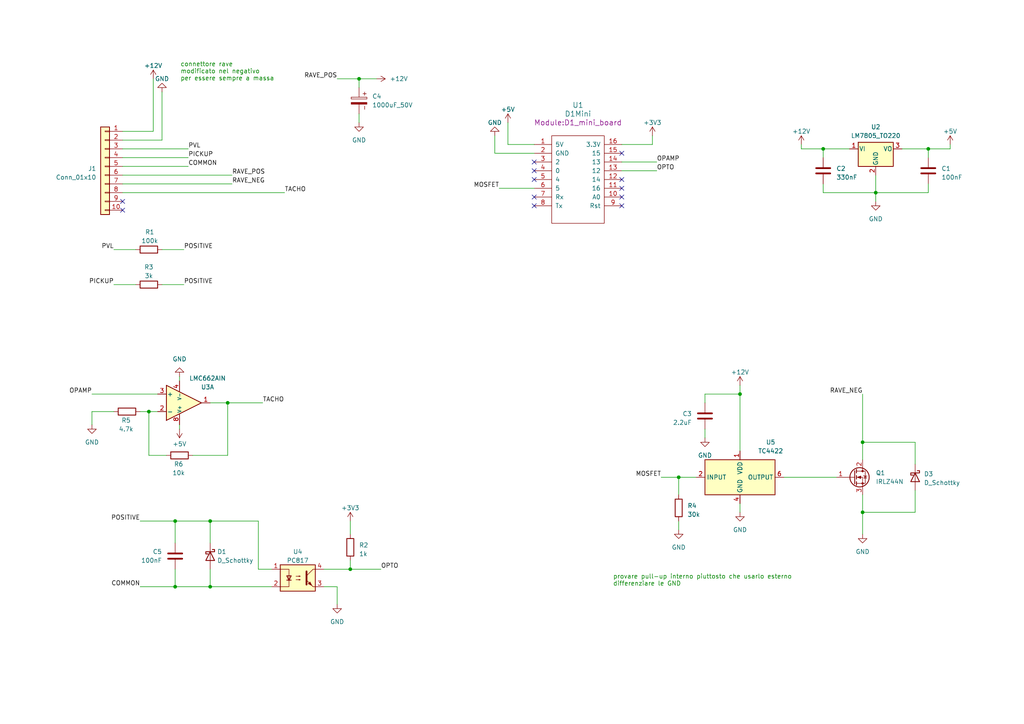
<source format=kicad_sch>
(kicad_sch (version 20231120) (generator "eeschema") (generator_version "8.0")
  (paper "A4")
  (lib_symbols
    (symbol "Connector_Generic:Conn_01x10" (pin_names (offset 1.016) hide)
      (property "Reference" "J" (at 0 12.7 0))
      (property "Value" "Conn_01x10" (at 0 -15.24 0))
      (symbol "Conn_01x10_1_1"
        (rectangle (start -1.27 -12.573) (end 0 -12.827) (stroke (width 0.1524)))
        (rectangle (start -1.27 -10.033) (end 0 -10.287) (stroke (width 0.1524)))
        (rectangle (start -1.27 -7.493) (end 0 -7.747) (stroke (width 0.1524)))
        (rectangle (start -1.27 -4.953) (end 0 -5.207) (stroke (width 0.1524)))
        (rectangle (start -1.27 -2.413) (end 0 -2.667) (stroke (width 0.1524)))
        (rectangle (start -1.27 0.127) (end 0 -0.127) (stroke (width 0.1524)))
        (rectangle (start -1.27 2.667) (end 0 2.413) (stroke (width 0.1524)))
        (rectangle (start -1.27 5.207) (end 0 4.953) (stroke (width 0.1524)))
        (rectangle (start -1.27 7.747) (end 0 7.493) (stroke (width 0.1524)))
        (rectangle (start -1.27 10.287) (end 0 10.033) (stroke (width 0.1524)))
        (rectangle (start -1.27 11.43) (end 1.27 -13.97) (stroke (width 0.254)) (fill (type background)))
        (pin passive line (at -5.08 10.16 0) (length 3.81) (name "Pin_1") (number "1"))
        (pin passive line (at -5.08 -12.7 0) (length 3.81) (name "Pin_10") (number "10"))
        (pin passive line (at -5.08 7.62 0) (length 3.81) (name "Pin_2") (number "2"))
        (pin passive line (at -5.08 5.08 0) (length 3.81) (name "Pin_3") (number "3"))
        (pin passive line (at -5.08 2.54 0) (length 3.81) (name "Pin_4") (number "4"))
        (pin passive line (at -5.08 0 0) (length 3.81) (name "Pin_5") (number "5"))
        (pin passive line (at -5.08 -2.54 0) (length 3.81) (name "Pin_6") (number "6"))
        (pin passive line (at -5.08 -5.08 0) (length 3.81) (name "Pin_7") (number "7"))
        (pin passive line (at -5.08 -7.62 0) (length 3.81) (name "Pin_8") (number "8"))
        (pin passive line (at -5.08 -10.16 0) (length 3.81) (name "Pin_9") (number "9"))
      )
    )
    (symbol "Device:C" (pin_numbers hide) (pin_names (offset 0.254))
      (property "Reference" "C" (at 0.635 2.54 0))
      (property "Value" "C" (at 0.635 -2.54 0))
      (symbol "C_0_1"
        (polyline (pts (xy -2.032 -0.762) (xy 2.032 -0.762)) (stroke (width 0.508)))
        (polyline (pts (xy -2.032 0.762) (xy 2.032 0.762)) (stroke (width 0.508)))
      )
      (symbol "C_1_1"
        (pin passive line (at 0 3.81 270) (length 2.794) (name "~") (number "1"))
        (pin passive line (at 0 -3.81 90) (length 2.794) (name "~") (number "2"))
      )
    )
    (symbol "Device:D_Schottky" (pin_numbers hide) (pin_names (offset 1.016) hide)
      (property "Reference" "D" (at 0 2.54 0))
      (property "Value" "D_Schottky" (at 0 -2.54 0))
      (symbol "D_Schottky_0_1"
        (polyline (pts (xy 1.27 0) (xy -1.27 0)))
        (polyline (pts (xy 1.27 1.27) (xy 1.27 -1.27) (xy -1.27 0) (xy 1.27 1.27)) (stroke (width 0.254)))
        (polyline (pts (xy -1.905 0.635) (xy -1.905 1.27) (xy -1.27 1.27) (xy -1.27 -1.27) (xy -0.635 -1.27) (xy -0.635 -0.635)) (stroke (width 0.254)))
      )
      (symbol "D_Schottky_1_1"
        (pin passive line (at -3.81 0 0) (length 2.54) (name "K") (number "1"))
        (pin passive line (at 3.81 0 180) (length 2.54) (name "A") (number "2"))
      )
    )
    (symbol "Device:R" (pin_numbers hide) (pin_names (offset 0))
      (property "Reference" "R" (at 2.032 0 90))
      (property "Value" "R" (at 0 0 90))
      (symbol "R_0_1"
        (rectangle (start -1.016 -2.54) (end 1.016 2.54) (stroke (width 0.254)))
      )
      (symbol "R_1_1"
        (pin passive line (at 0 3.81 270) (length 1.27) (name "~") (number "1"))
        (pin passive line (at 0 -3.81 90) (length 1.27) (name "~") (number "2"))
      )
    )
    (symbol "Driver_FET:TC4422"
      (property "Reference" "U" (at -8.89 6.35 0))
      (property "Value" "TC4422" (at 6.35 6.35 0))
      (symbol "TC4422_0_1"
        (rectangle (start -10.16 5.08) (end 10.16 -5.08) (stroke (width 0.254)) (fill (type background)))
      )
      (symbol "TC4422_1_1"
        (pin power_in line (at 0 7.62 270) (length 2.54) (name "VDD") (number "1"))
        (pin input line (at -12.7 0 0) (length 2.54) (name "INPUT") (number "2"))
        (pin no_connect line (at -5.08 -5.08 90) (length 2.54) hide (name "NC") (number "3"))
        (pin power_in line (at 0 -7.62 90) (length 2.54) (name "GND") (number "4"))
        (pin passive line (at 0 -7.62 90) (length 2.54) hide (name "GND") (number "5"))
        (pin output line (at 12.7 0 180) (length 2.54) (name "OUTPUT") (number "6"))
        (pin passive line (at 12.7 0 180) (length 2.54) hide (name "OUTPUT") (number "7"))
        (pin passive line (at 0 7.62 270) (length 2.54) hide (name "VDD") (number "8"))
      )
    )
    (symbol "Isolator:PC817" (pin_names (offset 1.016))
      (property "Reference" "U" (at -5.08 5.08 0))
      (property "Value" "PC817" (at 0 5.08 0))
      (symbol "PC817_0_1"
        (rectangle (start -5.08 3.81) (end 5.08 -3.81) (stroke (width 0.254)) (fill (type background)))
        (polyline (pts (xy -3.175 -0.635) (xy -1.905 -0.635)) (stroke (width 0.254)))
        (polyline (pts (xy 2.54 0.635) (xy 4.445 2.54)))
        (polyline (pts (xy 4.445 -2.54) (xy 2.54 -0.635)) (fill (type outline)))
        (polyline (pts (xy 4.445 -2.54) (xy 5.08 -2.54)))
        (polyline (pts (xy 4.445 2.54) (xy 5.08 2.54)))
        (polyline (pts (xy -5.08 2.54) (xy -2.54 2.54) (xy -2.54 -0.635)))
        (polyline (pts (xy -2.54 -0.635) (xy -2.54 -2.54) (xy -5.08 -2.54)))
        (polyline (pts (xy 2.54 1.905) (xy 2.54 -1.905) (xy 2.54 -1.905)) (stroke (width 0.508)))
        (polyline (pts (xy -2.54 -0.635) (xy -3.175 0.635) (xy -1.905 0.635) (xy -2.54 -0.635)) (stroke (width 0.254)))
        (polyline (pts (xy -0.508 -0.508) (xy 0.762 -0.508) (xy 0.381 -0.635) (xy 0.381 -0.381) (xy 0.762 -0.508)))
        (polyline (pts (xy -0.508 0.508) (xy 0.762 0.508) (xy 0.381 0.381) (xy 0.381 0.635) (xy 0.762 0.508)))
        (polyline (pts (xy 3.048 -1.651) (xy 3.556 -1.143) (xy 4.064 -2.159) (xy 3.048 -1.651) (xy 3.048 -1.651)) (fill (type outline)))
      )
      (symbol "PC817_1_1"
        (pin passive line (at -7.62 2.54 0) (length 2.54) (name "~") (number "1"))
        (pin passive line (at -7.62 -2.54 0) (length 2.54) (name "~") (number "2"))
        (pin passive line (at 7.62 -2.54 180) (length 2.54) (name "~") (number "3"))
        (pin passive line (at 7.62 2.54 180) (length 2.54) (name "~") (number "4"))
      )
    )
    (symbol "MCU_Espressif:D1Mini" (pin_names (offset 1.016))
      (property "Reference" "U" (at 0 12.7 0))
      (property "Value" "D1Mini" (at 0 -12.7 0))
      (property "Footprint" "Module:D1_mini_board" (at 13.97 -17.78 0))
      (property "Datasheet" "http://www.wemos.cc/Products/d1_mini.html" (at 13.97 -17.78 0))
      (symbol "D1Mini_0_1"
        (rectangle (start -7.62 11.43) (end 7.62 -13.97))
      )
      (symbol "D1Mini_1_1"
        (pin power_in line (at -12.7 8.89 0) (length 5.08) (name "5V") (number "1"))
        (pin bidirectional line (at 12.7 -6.35 180) (length 5.08) (name "A0") (number "10"))
        (pin bidirectional line (at 12.7 -3.81 180) (length 5.08) (name "16") (number "11"))
        (pin bidirectional line (at 12.7 -1.27 180) (length 5.08) (name "14") (number "12"))
        (pin bidirectional line (at 12.7 1.27 180) (length 5.08) (name "12") (number "13"))
        (pin bidirectional line (at 12.7 3.81 180) (length 5.08) (name "13") (number "14"))
        (pin bidirectional line (at 12.7 6.35 180) (length 5.08) (name "15") (number "15"))
        (pin power_out line (at 12.7 8.89 180) (length 5.08) (name "3.3V") (number "16"))
        (pin power_in line (at -12.7 6.35 0) (length 5.08) (name "GND") (number "2"))
        (pin bidirectional line (at -12.7 3.81 0) (length 5.08) (name "2") (number "3"))
        (pin bidirectional line (at -12.7 1.27 0) (length 5.08) (name "0") (number "4"))
        (pin bidirectional line (at -12.7 -1.27 0) (length 5.08) (name "4") (number "5"))
        (pin bidirectional line (at -12.7 -3.81 0) (length 5.08) (name "5") (number "6"))
        (pin bidirectional line (at -12.7 -6.35 0) (length 5.08) (name "Rx") (number "7"))
        (pin bidirectional line (at -12.7 -8.89 0) (length 5.08) (name "Tx") (number "8"))
        (pin bidirectional line (at 12.7 -8.89 180) (length 5.08) (name "Rst") (number "9"))
      )
    )
    (symbol "PCM_4ms_Power-symbol:+12V" (power) (pin_names (offset 0))
      (property "Value" "+12V" (at 0 3.556 0))
      (symbol "+12V_0_1"
        (polyline (pts (xy -0.762 1.27) (xy 0 2.54)))
        (polyline (pts (xy 0 0) (xy 0 2.54)))
        (polyline (pts (xy 0 2.54) (xy 0.762 1.27)))
      )
      (symbol "+12V_1_1"
        (pin power_in line (at 0 0 90) (length 0) hide (name "+12V") (number "1"))
      )
    )
    (symbol "PCM_4ms_Power-symbol:+5V" (power) (pin_names (offset 0))
      (property "Value" "+5V" (at 0 3.556 0))
      (symbol "+5V_0_1"
        (polyline (pts (xy -0.762 1.27) (xy 0 2.54)))
        (polyline (pts (xy 0 0) (xy 0 2.54)))
        (polyline (pts (xy 0 2.54) (xy 0.762 1.27)))
      )
      (symbol "+5V_1_1"
        (pin power_in line (at 0 0 90) (length 0) hide (name "+5V") (number "1"))
      )
    )
    (symbol "PCM_4ms_Power-symbol:GND" (power) (pin_names (offset 0))
      (property "Value" "GND" (at 0 -3.81 0))
      (symbol "GND_0_1"
        (polyline (pts (xy 0 0) (xy 0 -1.27) (xy 1.27 -1.27) (xy 0 -2.54) (xy -1.27 -1.27) (xy 0 -1.27)))
      )
      (symbol "GND_1_1"
        (pin power_in line (at 0 0 270) (length 0) hide (name "GND") (number "1"))
      )
    )
    (symbol "PCM_Amplifier_Operational_AKL:LMC662AIN" (pin_names (offset 0.2))
      (property "Reference" "U" (at 1.27 6.35 0))
      (property "Value" "LMC662AIN" (at 1.27 3.81 0))
      (symbol "LMC662AIN_0_1"
        (polyline (pts (xy -3.81 5.08) (xy -3.81 -5.08) (xy 6.35 0) (xy -3.81 5.08)) (stroke (width 0.254)) (fill (type background)))
      )
      (symbol "LMC662AIN_1_1"
        (pin output line (at 8.89 0 180) (length 2.54) (name "~") (number "1"))
        (pin input line (at -6.35 2.54 0) (length 2.54) (name "-") (number "2"))
        (pin input line (at -6.35 -2.54 0) (length 2.54) (name "+") (number "3"))
        (pin power_in line (at 0 -6.35 90) (length 3.18) (name "V-") (number "4"))
        (pin power_in line (at 0 6.35 270) (length 3.18) (name "V+") (number "8"))
      )
      (symbol "LMC662AIN_2_1"
        (pin input line (at -6.35 -2.54 0) (length 2.54) (name "+") (number "5"))
        (pin input line (at -6.35 2.54 0) (length 2.54) (name "-") (number "6"))
        (pin output line (at 8.89 0 180) (length 2.54) (name "~") (number "7"))
      )
    )
    (symbol "PCM_SL_Capacitors:1000uF_50V"
      (property "Reference" "C" (at 0 7.62 0))
      (property "Value" "1000uF_50V" (at 0 5.08 0))
      (symbol "1000uF_50V_0_0"
        (text "+" (at -2.032 1.524 0) (effects (font (size 1.27 1.27))))
        (text "-" (at 2.032 1.524 0) (effects (font (size 1.27 1.27))))
      )
      (symbol "1000uF_50V_0_1"
        (rectangle (start -1.016 -2.286) (end -0.508 2.286))
        (rectangle (start 0.508 -2.286) (end 1.016 2.286) (fill (type outline)))
      )
      (symbol "1000uF_50V_1_1"
        (pin passive line (at -3.81 0 0) (length 2.7) (name "~") (number "1"))
        (pin input line (at 3.81 0 180) (length 2.7) (name "~") (number "2"))
      )
    )
    (symbol "Regulator_Linear:LM7805_TO220" (pin_names (offset 0.254))
      (property "Reference" "U" (at -3.81 3.175 0))
      (property "Value" "LM7805_TO220" (at 0 3.175 0))
      (symbol "LM7805_TO220_0_1"
        (rectangle (start -5.08 1.905) (end 5.08 -5.08) (stroke (width 0.254)) (fill (type background)))
      )
      (symbol "LM7805_TO220_1_1"
        (pin power_in line (at -7.62 0 0) (length 2.54) (name "VI") (number "1"))
        (pin power_in line (at 0 -7.62 90) (length 2.54) (name "GND") (number "2"))
        (pin power_out line (at 7.62 0 180) (length 2.54) (name "VO") (number "3"))
      )
    )
    (symbol "Transistor_FET:IRLZ44N" (pin_names hide)
      (property "Reference" "Q" (at 5.08 1.905 0))
      (property "Value" "IRLZ44N" (at 5.08 0 0))
      (symbol "IRLZ44N_0_1"
        (polyline (pts (xy 0.254 0) (xy -2.54 0)))
        (polyline (pts (xy 0.254 1.905) (xy 0.254 -1.905)) (stroke (width 0.254)))
        (polyline (pts (xy 0.762 -1.27) (xy 0.762 -2.286)) (stroke (width 0.254)))
        (polyline (pts (xy 0.762 0.508) (xy 0.762 -0.508)) (stroke (width 0.254)))
        (polyline (pts (xy 0.762 2.286) (xy 0.762 1.27)) (stroke (width 0.254)))
        (polyline (pts (xy 2.54 2.54) (xy 2.54 1.778)))
        (polyline (pts (xy 2.54 -2.54) (xy 2.54 0) (xy 0.762 0)))
        (polyline (pts (xy 0.762 -1.778) (xy 3.302 -1.778) (xy 3.302 1.778) (xy 0.762 1.778)))
        (polyline (pts (xy 1.016 0) (xy 2.032 0.381) (xy 2.032 -0.381) (xy 1.016 0)) (fill (type outline)))
        (polyline (pts (xy 2.794 0.508) (xy 2.921 0.381) (xy 3.683 0.381) (xy 3.81 0.254)))
        (polyline (pts (xy 3.302 0.381) (xy 2.921 -0.254) (xy 3.683 -0.254) (xy 3.302 0.381)))
        (circle (center 1.651 0) (radius 2.794) (stroke (width 0.254)))
        (circle (center 2.54 -1.778) (radius 0.254) (fill (type outline)))
        (circle (center 2.54 1.778) (radius 0.254) (fill (type outline)))
      )
      (symbol "IRLZ44N_1_1"
        (pin input line (at -5.08 0 0) (length 2.54) (name "G") (number "1"))
        (pin passive line (at 2.54 5.08 270) (length 2.54) (name "D") (number "2"))
        (pin passive line (at 2.54 -5.08 90) (length 2.54) (name "S") (number "3"))
      )
    )
    (symbol "power:+3V3" (power) (pin_names (offset 0))
      (property "Value" "+3V3" (at 0 3.556 0))
      (symbol "+3V3_0_1"
        (polyline (pts (xy -0.762 1.27) (xy 0 2.54)))
        (polyline (pts (xy 0 0) (xy 0 2.54)))
        (polyline (pts (xy 0 2.54) (xy 0.762 1.27)))
      )
      (symbol "+3V3_1_1"
        (pin power_in line (at 0 0 90) (length 0) hide (name "+3V3") (number "1"))
      )
    )
  )
  (junction (at 50.8 151.13))
  (junction (at 66.04 116.84))
  (junction (at 269.24 43.18))
  (junction (at 60.96 170.18))
  (junction (at 50.8 170.18))
  (junction (at 196.85 138.43))
  (junction (at 250.19 128.27))
  (junction (at 101.6 165.1))
  (junction (at 60.96 151.13))
  (junction (at 214.63 114.3))
  (junction (at 43.18 119.38))
  (junction (at 104.14 22.86))
  (junction (at 254 55.88))
  (junction (at 250.19 148.59))
  (junction (at 238.76 43.18))
  (no_connect (at 35.56 58.42))
  (no_connect (at 154.94 49.53))
  (no_connect (at 180.34 44.45))
  (no_connect (at 154.94 46.99))
  (no_connect (at 154.94 57.15))
  (no_connect (at 180.34 59.69))
  (no_connect (at 180.34 57.15))
  (no_connect (at 180.34 54.61))
  (no_connect (at 154.94 59.69))
  (no_connect (at 180.34 52.07))
  (no_connect (at 154.94 52.07))
  (no_connect (at 35.56 60.96))
  (wire (pts (xy 35.56 55.88) (xy 82.55 55.88)))
  (wire (pts (xy 74.93 165.1) (xy 74.93 151.13)))
  (wire (pts (xy 60.96 151.13) (xy 74.93 151.13)))
  (wire (pts (xy 269.24 43.18) (xy 261.62 43.18)))
  (wire (pts (xy 26.67 119.38) (xy 26.67 123.19)))
  (wire (pts (xy 265.43 148.59) (xy 250.19 148.59)))
  (wire (pts (xy 43.18 132.08) (xy 43.18 119.38)))
  (wire (pts (xy 66.04 116.84) (xy 76.2 116.84)))
  (wire (pts (xy 40.64 151.13) (xy 50.8 151.13)))
  (wire (pts (xy 265.43 128.27) (xy 265.43 134.62)))
  (wire (pts (xy 93.98 170.18) (xy 97.79 170.18)))
  (wire (pts (xy 214.63 111.76) (xy 214.63 114.3)))
  (wire (pts (xy 33.02 119.38) (xy 26.67 119.38)))
  (wire (pts (xy 93.98 165.1) (xy 101.6 165.1)))
  (wire (pts (xy 238.76 53.34) (xy 238.76 55.88)))
  (wire (pts (xy 97.79 170.18) (xy 97.79 175.26)))
  (wire (pts (xy 35.56 43.18) (xy 54.61 43.18)))
  (wire (pts (xy 60.96 151.13) (xy 60.96 157.48)))
  (wire (pts (xy 46.99 40.64) (xy 35.56 40.64)))
  (wire (pts (xy 109.22 22.86) (xy 104.14 22.86)))
  (wire (pts (xy 35.56 45.72) (xy 54.61 45.72)))
  (wire (pts (xy 144.78 54.61) (xy 154.94 54.61)))
  (wire (pts (xy 238.76 43.18) (xy 246.38 43.18)))
  (wire (pts (xy 190.5 46.99) (xy 180.34 46.99)))
  (wire (pts (xy 275.59 43.18) (xy 269.24 43.18)))
  (wire (pts (xy 147.32 41.91) (xy 154.94 41.91)))
  (wire (pts (xy 52.07 124.46) (xy 52.07 123.19)))
  (wire (pts (xy 50.8 165.1) (xy 50.8 170.18)))
  (wire (pts (xy 227.33 138.43) (xy 242.57 138.43)))
  (wire (pts (xy 250.19 148.59) (xy 250.19 154.94)))
  (wire (pts (xy 104.14 25.4) (xy 104.14 22.86)))
  (wire (pts (xy 232.41 41.91) (xy 232.41 43.18)))
  (wire (pts (xy 250.19 143.51) (xy 250.19 148.59)))
  (wire (pts (xy 55.88 132.08) (xy 66.04 132.08)))
  (wire (pts (xy 60.96 165.1) (xy 60.96 170.18)))
  (wire (pts (xy 101.6 151.13) (xy 101.6 154.94)))
  (wire (pts (xy 101.6 165.1) (xy 110.49 165.1)))
  (wire (pts (xy 66.04 116.84) (xy 60.96 116.84)))
  (wire (pts (xy 204.47 124.46) (xy 204.47 127)))
  (wire (pts (xy 250.19 128.27) (xy 265.43 128.27)))
  (wire (pts (xy 254 55.88) (xy 269.24 55.88)))
  (wire (pts (xy 180.34 49.53) (xy 190.5 49.53)))
  (wire (pts (xy 33.02 72.39) (xy 39.37 72.39)))
  (wire (pts (xy 50.8 151.13) (xy 60.96 151.13)))
  (wire (pts (xy 254 55.88) (xy 238.76 55.88)))
  (wire (pts (xy 214.63 114.3) (xy 214.63 130.81)))
  (wire (pts (xy 40.64 119.38) (xy 43.18 119.38)))
  (wire (pts (xy 104.14 22.86) (xy 97.79 22.86)))
  (wire (pts (xy 214.63 148.59) (xy 214.63 146.05)))
  (wire (pts (xy 50.8 170.18) (xy 60.96 170.18)))
  (wire (pts (xy 48.26 132.08) (xy 43.18 132.08)))
  (wire (pts (xy 238.76 45.72) (xy 238.76 43.18)))
  (wire (pts (xy 254 58.42) (xy 254 55.88)))
  (wire (pts (xy 26.67 114.3) (xy 45.72 114.3)))
  (wire (pts (xy 250.19 133.35) (xy 250.19 128.27)))
  (wire (pts (xy 269.24 45.72) (xy 269.24 43.18)))
  (wire (pts (xy 180.34 41.91) (xy 189.23 41.91)))
  (wire (pts (xy 35.56 53.34) (xy 67.31 53.34)))
  (wire (pts (xy 53.34 82.55) (xy 46.99 82.55)))
  (wire (pts (xy 60.96 170.18) (xy 78.74 170.18)))
  (wire (pts (xy 53.34 72.39) (xy 46.99 72.39)))
  (wire (pts (xy 35.56 38.1) (xy 44.45 38.1)))
  (wire (pts (xy 254 50.8) (xy 254 55.88)))
  (wire (pts (xy 196.85 138.43) (xy 201.93 138.43)))
  (wire (pts (xy 147.32 35.56) (xy 147.32 41.91)))
  (wire (pts (xy 52.07 109.22) (xy 52.07 110.49)))
  (wire (pts (xy 269.24 53.34) (xy 269.24 55.88)))
  (wire (pts (xy 44.45 22.86) (xy 44.45 38.1)))
  (wire (pts (xy 143.51 39.37) (xy 143.51 44.45)))
  (wire (pts (xy 204.47 116.84) (xy 204.47 114.3)))
  (wire (pts (xy 275.59 41.91) (xy 275.59 43.18)))
  (wire (pts (xy 101.6 165.1) (xy 101.6 162.56)))
  (wire (pts (xy 43.18 119.38) (xy 45.72 119.38)))
  (wire (pts (xy 232.41 43.18) (xy 238.76 43.18)))
  (wire (pts (xy 196.85 151.13) (xy 196.85 153.67)))
  (wire (pts (xy 104.14 35.56) (xy 104.14 33.02)))
  (wire (pts (xy 78.74 165.1) (xy 74.93 165.1)))
  (wire (pts (xy 265.43 142.24) (xy 265.43 148.59)))
  (wire (pts (xy 35.56 48.26) (xy 54.61 48.26)))
  (wire (pts (xy 196.85 143.51) (xy 196.85 138.43)))
  (wire (pts (xy 50.8 151.13) (xy 50.8 157.48)))
  (wire (pts (xy 143.51 44.45) (xy 154.94 44.45)))
  (wire (pts (xy 46.99 26.67) (xy 46.99 40.64)))
  (wire (pts (xy 66.04 132.08) (xy 66.04 116.84)))
  (wire (pts (xy 35.56 50.8) (xy 67.31 50.8)))
  (wire (pts (xy 204.47 114.3) (xy 214.63 114.3)))
  (wire (pts (xy 189.23 41.91) (xy 189.23 39.37)))
  (wire (pts (xy 33.02 82.55) (xy 39.37 82.55)))
  (wire (pts (xy 40.64 170.18) (xy 50.8 170.18)))
  (wire (pts (xy 250.19 114.3) (xy 250.19 128.27)))
  (wire (pts (xy 191.77 138.43) (xy 196.85 138.43)))
  (text "connettore rave\nmodificato nel negativo\nper essere sempre a massa" (at 52.324 23.622 0) (effects (font (size 1.27 1.27)) (justify left bottom)))
  (text "provare pull-up interno piuttosto che usarlo esterno\ndifferenziare le GND" (at 177.8 170.18 0) (effects (font (size 1.27 1.27)) (justify left bottom)))
  (label "POSITIVE" (at 53.34 82.55 0))
  (label "OPAMP" (at 26.67 114.3 180))
  (label "PVL" (at 33.02 72.39 180))
  (label "COMMON" (at 54.61 48.26 0))
  (label "POSITIVE" (at 53.34 72.39 0))
  (label "PVL" (at 54.61 43.18 0))
  (label "RAVE_POS" (at 97.79 22.86 180))
  (label "PICKUP" (at 54.61 45.72 0))
  (label "OPTO" (at 110.49 165.1 0))
  (label "COMMON" (at 40.64 170.18 180))
  (label "TACHO" (at 82.55 55.88 0))
  (label "POSITIVE" (at 40.64 151.13 180))
  (label "OPTO" (at 190.5 49.53 0))
  (label "RAVE_NEG" (at 67.31 53.34 0))
  (label "RAVE_NEG" (at 250.19 114.3 180))
  (label "TACHO" (at 76.2 116.84 0))
  (label "MOSFET" (at 191.77 138.43 180))
  (label "MOSFET" (at 144.78 54.61 180))
  (label "PICKUP" (at 33.02 82.55 180))
  (label "RAVE_POS" (at 67.31 50.8 0))
  (label "OPAMP" (at 190.5 46.99 0))
  (symbol (lib_id "PCM_4ms_Power-symbol:GND") (at 143.51 39.37 180) (unit 1)
    (property "Reference" "#PWR014" (effects (hide yes)))
    (property "Value" "GND" (at 143.51 35.56 0))
  )
  (symbol (lib_id "PCM_4ms_Power-symbol:GND") (at 104.14 35.56 0) (unit 1)
    (property "Reference" "#PWR012" (effects (hide yes)))
    (property "Value" "GND" (at 104.14 40.64 0))
  )
  (symbol (lib_id "Connector_Generic:Conn_01x10") (at 30.48 48.26 0) (mirror y) (unit 1)
    (property "Reference" "J1" (at 27.94 48.895 0) (effects (justify left)))
    (property "Value" "Conn_01x10" (at 27.94 51.435 0) (effects (justify left)))
    (property "Footprint" "Connector_Molex:Molex_Mini-Fit_Jr_5569-10A2_2x05_P4.20mm_Horizontal" (effects (hide yes)))
  )
  (symbol (lib_id "PCM_4ms_Power-symbol:GND") (at 254 58.42 0) (unit 1)
    (property "Reference" "#PWR01" (effects (hide yes)))
    (property "Value" "GND" (at 254 63.5 0))
  )
  (symbol (lib_id "PCM_4ms_Power-symbol:GND") (at 46.99 26.67 180) (unit 1)
    (property "Reference" "#PWR02" (effects (hide yes)))
    (property "Value" "GND" (at 46.99 22.86 0))
  )
  (symbol (lib_id "Device:D_Schottky") (at 265.43 138.43 270) (unit 1)
    (property "Reference" "D3" (at 267.97 137.4775 90) (effects (justify left)))
    (property "Value" "D_Schottky" (at 267.97 140.0175 90) (effects (justify left)))
    (property "Footprint" "Diode_THT:D_DO-34_SOD68_P7.62mm_Horizontal" (effects (hide yes)))
  )
  (symbol (lib_id "PCM_4ms_Power-symbol:GND") (at 214.63 148.59 0) (unit 1)
    (property "Reference" "#PWR016" (effects (hide yes)))
    (property "Value" "GND" (at 214.63 153.67 0))
  )
  (symbol (lib_id "Device:C") (at 50.8 161.29 0) (mirror x) (unit 1)
    (property "Reference" "C5" (at 46.99 160.0199 0) (effects (justify right)))
    (property "Value" "100nF" (at 46.99 162.5599 0) (effects (justify right)))
    (property "Footprint" "Capacitor_THT:C_Disc_D4.3mm_W1.9mm_P5.00mm" (effects (hide yes)))
  )
  (symbol (lib_id "Transistor_FET:IRLZ44N") (at 247.65 138.43 0) (unit 1)
    (property "Reference" "Q1" (at 254 137.1599 0) (effects (justify left)))
    (property "Value" "IRLZ44N" (at 254 139.6999 0) (effects (justify left)))
    (property "Footprint" "Package_TO_SOT_THT:TO-220-3_Vertical" (effects (hide yes)))
    (property "Datasheet" "http://www.irf.com/product-info/datasheets/data/irlz44n.pdf" (effects (hide yes)))
    (property "Description" "47A Id, 55V Vds, 22mOhm Rds Single N-Channel HEXFET Power MOSFET, TO-220AB" (effects (hide yes)))
  )
  (symbol (lib_id "PCM_4ms_Power-symbol:GND") (at 250.19 154.94 0) (unit 1)
    (property "Reference" "#PWR08" (effects (hide yes)))
    (property "Value" "GND" (at 250.19 160.02 0))
  )
  (symbol (lib_id "PCM_4ms_Power-symbol:+5V") (at 275.59 41.91 0) (unit 1)
    (property "Reference" "#PWR05" (effects (hide yes)))
    (property "Value" "+5V" (at 275.59 38.1 0))
  )
  (symbol (lib_id "Device:R") (at 196.85 147.32 0) (mirror y) (unit 1)
    (property "Reference" "R4" (at 199.39 146.685 0) (effects (justify right)))
    (property "Value" "30k" (at 199.39 149.225 0) (effects (justify right)))
    (property "Footprint" "PCM_Resistor_THT_AKL:R_Axial_DIN0204_L3.6mm_D1.6mm_P7.62mm_Horizontal" (effects (hide yes)))
  )
  (symbol (lib_id "MCU_Espressif:D1Mini") (at 167.64 50.8 0) (unit 1)
    (property "Reference" "U1" (at 167.64 30.48 0) (effects (font (size 1.524 1.524))))
    (property "Value" "D1Mini" (at 167.64 33.02 0) (effects (font (size 1.524 1.524))))
    (property "Footprint" "Module:D1_mini_board" (at 167.64 35.56 0) (effects (font (size 1.524 1.524))))
    (property "Datasheet" "http://www.wemos.cc/Products/d1_mini.html" (effects (hide yes)))
  )
  (symbol (lib_id "PCM_4ms_Power-symbol:GND") (at 196.85 153.67 0) (unit 1)
    (property "Reference" "#PWR015" (effects (hide yes)))
    (property "Value" "GND" (at 196.85 158.75 0))
  )
  (symbol (lib_id "Device:R") (at 43.18 72.39 90) (unit 1)
    (property "Reference" "R1" (at 43.434 67.31 90))
    (property "Value" "100k" (at 43.434 69.85 90))
    (property "Footprint" "PCM_Resistor_THT_AKL:R_Axial_DIN0204_L3.6mm_D1.6mm_P7.62mm_Horizontal" (effects (hide yes)))
  )
  (symbol (lib_id "PCM_4ms_Power-symbol:+12V") (at 214.63 111.76 0) (unit 1)
    (property "Reference" "#PWR017" (effects (hide yes)))
    (property "Value" "+12V" (at 214.63 107.95 0))
  )
  (symbol (lib_id "Driver_FET:TC4422") (at 214.63 138.43 0) (unit 1)
    (property "Reference" "U5" (at 223.52 128.27 0))
    (property "Value" "TC4422" (at 223.52 130.81 0))
    (property "Footprint" "Package_DIP:DIP-8_W7.62mm" (effects (hide yes)))
    (property "Datasheet" "http://ww1.microchip.com/downloads/en/DeviceDoc/20001420F.pdf" (effects (hide yes)))
  )
  (symbol (lib_id "PCM_4ms_Power-symbol:+12V") (at 232.41 41.91 0) (unit 1)
    (property "Reference" "#PWR04" (effects (hide yes)))
    (property "Value" "+12V" (at 232.41 38.1 0))
  )
  (symbol (lib_id "PCM_Amplifier_Operational_AKL:LMC662AIN") (at 52.07 116.84 0) (mirror x) (unit 1)
    (property "Reference" "U3" (at 60.198 112.268 0))
    (property "Value" "LMC662AIN" (at 60.198 109.728 0))
    (property "Footprint" "PCM_Package_DIP_AKL:DIP-8_W7.62mm_LongPads" (effects (hide yes)))
    (property "Datasheet" "https://www.ti.com/lit/ds/symlink/lmc660.pdf" (effects (hide yes)))
    (property "Description" "DIP-8 Dual CMOS Rail-to-Rail Operational Amplifier, 3mV Offset, 1.3μV/°C Drift, 1.4MHz GBW, Alternate KiCAD Library" (effects (hide yes)))
  )
  (symbol (lib_id "PCM_4ms_Power-symbol:+5V") (at 52.07 124.46 180) (unit 1)
    (property "Reference" "#PWR019" (effects (hide yes)))
    (property "Value" "+5V" (at 52.07 128.778 0))
  )
  (symbol (lib_id "Isolator:PC817") (at 86.36 167.64 0) (unit 1)
    (property "Reference" "U4" (at 86.36 160.02 0))
    (property "Value" "PC817" (at 86.36 162.56 0))
    (property "Footprint" "Package_DIP:DIP-4_W7.62mm" (effects (hide yes)))
    (property "Datasheet" "http://www.soselectronic.cz/a_info/resource/d/pc817.pdf" (effects (hide yes)))
  )
  (symbol (lib_id "PCM_4ms_Power-symbol:+12V") (at 44.45 22.86 0) (unit 1)
    (property "Reference" "#PWR03" (effects (hide yes)))
    (property "Value" "+12V" (at 44.45 19.05 0))
  )
  (symbol (lib_id "PCM_4ms_Power-symbol:GND") (at 204.47 127 0) (unit 1)
    (property "Reference" "#PWR018" (effects (hide yes)))
    (property "Value" "GND" (at 204.47 132.08 0))
  )
  (symbol (lib_id "Device:R") (at 43.18 82.55 90) (unit 1)
    (property "Reference" "R3" (at 43.18 77.47 90))
    (property "Value" "3k" (at 43.18 80.01 90))
    (property "Footprint" "PCM_Resistor_THT_AKL:R_Axial_DIN0204_L3.6mm_D1.6mm_P7.62mm_Horizontal" (effects (hide yes)))
  )
  (symbol (lib_id "Device:R") (at 52.07 132.08 90) (unit 1)
    (property "Reference" "R6" (at 51.816 134.62 90))
    (property "Value" "10k" (at 51.816 137.16 90))
    (property "Footprint" "PCM_Resistor_THT_AKL:R_Axial_DIN0204_L3.6mm_D1.6mm_P7.62mm_Horizontal" (effects (hide yes)))
  )
  (symbol (lib_id "PCM_4ms_Power-symbol:GND") (at 52.07 109.22 180) (unit 1)
    (property "Reference" "#PWR020" (effects (hide yes)))
    (property "Value" "GND" (at 52.07 104.14 0))
  )
  (symbol (lib_id "power:+3V3") (at 101.6 151.13 0) (unit 1)
    (property "Reference" "#PWR011" (effects (hide yes)))
    (property "Value" "+3V3" (at 101.6 147.32 0))
  )
  (symbol (lib_id "power:+3V3") (at 189.23 39.37 0) (unit 1)
    (property "Reference" "#PWR07" (effects (hide yes)))
    (property "Value" "+3V3" (at 189.23 35.56 0))
  )
  (symbol (lib_id "Device:C") (at 238.76 49.53 0) (mirror y) (unit 1)
    (property "Reference" "C2" (at 242.57 48.895 0) (effects (justify right)))
    (property "Value" "330nF" (at 242.57 51.435 0) (effects (justify right)))
    (property "Footprint" "Capacitor_THT:C_Disc_D4.3mm_W1.9mm_P5.00mm" (effects (hide yes)))
  )
  (symbol (lib_id "Device:C") (at 269.24 49.53 0) (unit 1)
    (property "Reference" "C1" (at 273.05 48.895 0) (effects (justify left)))
    (property "Value" "100nF" (at 273.05 51.435 0) (effects (justify left)))
    (property "Footprint" "Capacitor_THT:C_Disc_D4.3mm_W1.9mm_P5.00mm" (effects (hide yes)))
  )
  (symbol (lib_id "PCM_4ms_Power-symbol:+12V") (at 109.22 22.86 270) (unit 1)
    (property "Reference" "#PWR09" (effects (hide yes)))
    (property "Value" "+12V" (at 113.03 22.8599 90) (effects (justify left)))
  )
  (symbol (lib_id "Device:D_Schottky") (at 60.96 161.29 270) (unit 1)
    (property "Reference" "D1" (at 62.992 160.02 90) (effects (justify left)))
    (property "Value" "D_Schottky" (at 62.992 162.56 90) (effects (justify left)))
    (property "Footprint" "Diode_THT:D_DO-34_SOD68_P7.62mm_Horizontal" (effects (hide yes)))
  )
  (symbol (lib_id "PCM_4ms_Power-symbol:GND") (at 26.67 123.19 0) (unit 1)
    (property "Reference" "#PWR013" (effects (hide yes)))
    (property "Value" "GND" (at 26.67 128.27 0))
  )
  (symbol (lib_id "PCM_SL_Capacitors:1000uF_50V") (at 104.14 29.21 270) (unit 1)
    (property "Reference" "C4" (at 107.95 27.9399 90) (effects (justify left)))
    (property "Value" "1000uF_50V" (at 107.95 30.4799 90) (effects (justify left)))
    (property "Footprint" "Capacitor_THT:CP_Radial_D10.0mm_P7.50mm" (effects (hide yes)))
    (property "Description" "1000uF, 50V Electrolytic Capacitor" (effects (hide yes)))
  )
  (symbol (lib_id "PCM_4ms_Power-symbol:+5V") (at 147.32 35.56 0) (unit 1)
    (property "Reference" "#PWR06" (effects (hide yes)))
    (property "Value" "+5V" (at 147.32 31.75 0))
  )
  (symbol (lib_id "Device:C") (at 204.47 120.65 0) (mirror x) (unit 1)
    (property "Reference" "C3" (at 200.66 120.015 0) (effects (justify right)))
    (property "Value" "2.2uF" (at 200.66 122.555 0) (effects (justify right)))
    (property "Footprint" "Capacitor_THT:C_Disc_D4.3mm_W1.9mm_P5.00mm" (effects (hide yes)))
  )
  (symbol (lib_id "Regulator_Linear:LM7805_TO220") (at 254 43.18 0) (unit 1)
    (property "Reference" "U2" (at 254 36.83 0))
    (property "Value" "LM7805_TO220" (at 254 39.37 0))
    (property "Footprint" "Package_TO_SOT_THT:TO-220-3_Vertical" (effects (hide yes)))
    (property "Datasheet" "https://www.onsemi.cn/PowerSolutions/document/MC7800-D.PDF" (effects (hide yes)))
  )
  (symbol (lib_id "Device:R") (at 36.83 119.38 90) (unit 1)
    (property "Reference" "R5" (at 36.576 121.92 90))
    (property "Value" "4.7k" (at 36.576 124.46 90))
    (property "Footprint" "PCM_Resistor_THT_AKL:R_Axial_DIN0204_L3.6mm_D1.6mm_P7.62mm_Horizontal" (effects (hide yes)))
  )
  (symbol (lib_id "Device:R") (at 101.6 158.75 0) (unit 1)
    (property "Reference" "R2" (at 104.14 158.115 0) (effects (justify left)))
    (property "Value" "1k" (at 104.14 160.655 0) (effects (justify left)))
    (property "Footprint" "PCM_Resistor_THT_AKL:R_Axial_DIN0204_L3.6mm_D1.6mm_P7.62mm_Horizontal" (effects (hide yes)))
  )
  (symbol (lib_id "PCM_4ms_Power-symbol:GND") (at 97.79 175.26 0) (unit 1)
    (property "Reference" "#PWR010" (effects (hide yes)))
    (property "Value" "GND" (at 97.79 180.34 0))
  )
)
</source>
